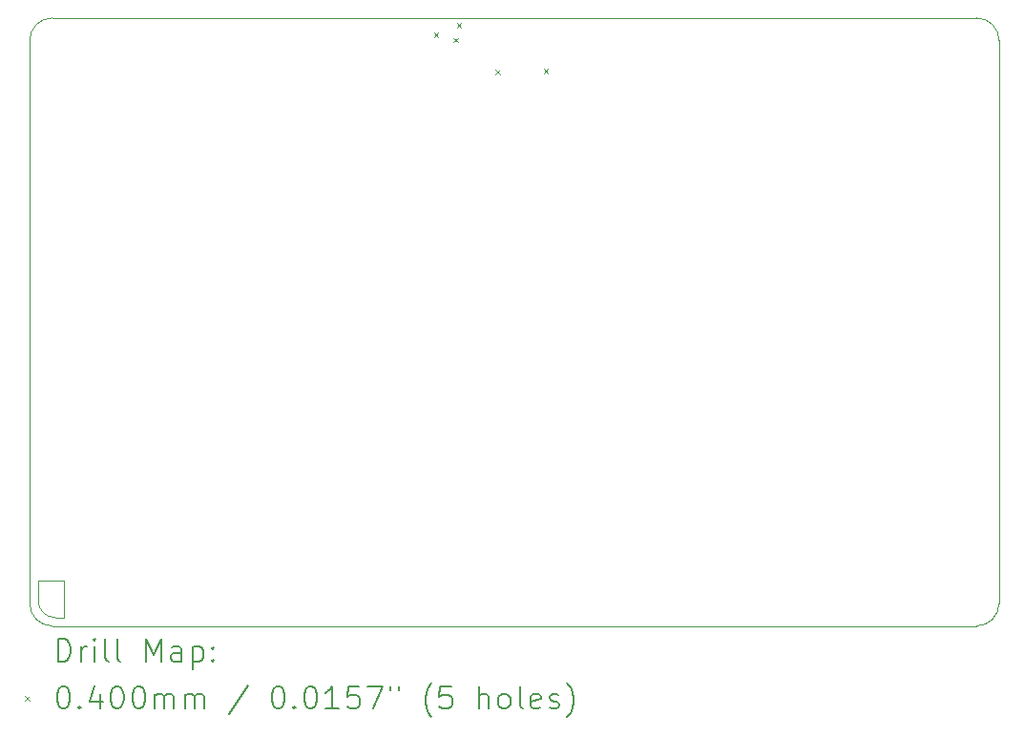
<source format=gbr>
%TF.GenerationSoftware,KiCad,Pcbnew,6.0.9*%
%TF.CreationDate,2022-11-22T21:59:40-08:00*%
%TF.ProjectId,hack_license,6861636b-5f6c-4696-9365-6e73652e6b69,rev?*%
%TF.SameCoordinates,Original*%
%TF.FileFunction,Drillmap*%
%TF.FilePolarity,Positive*%
%FSLAX45Y45*%
G04 Gerber Fmt 4.5, Leading zero omitted, Abs format (unit mm)*
G04 Created by KiCad (PCBNEW 6.0.9) date 2022-11-22 21:59:40*
%MOMM*%
%LPD*%
G01*
G04 APERTURE LIST*
%ADD10C,0.100000*%
%ADD11C,0.200000*%
%ADD12C,0.040000*%
G04 APERTURE END LIST*
D10*
X9300000Y-10600000D02*
X9300000Y-5600000D01*
X9375000Y-10400000D02*
X9600000Y-10400000D01*
X9600000Y-10725000D02*
X9525000Y-10725000D01*
X9300000Y-10600000D02*
G75*
G03*
X9500000Y-10800000I200000J0D01*
G01*
X17700000Y-10800000D02*
X9500000Y-10800000D01*
X9500000Y-5400000D02*
X17700000Y-5400000D01*
X17700000Y-10800000D02*
G75*
G03*
X17900000Y-10600000I0J200000D01*
G01*
X9375000Y-10575000D02*
X9375000Y-10400000D01*
X9600000Y-10400000D02*
X9600000Y-10725000D01*
X17900000Y-5600000D02*
X17900000Y-10600000D01*
X9500000Y-5400000D02*
G75*
G03*
X9300000Y-5600000I0J-200000D01*
G01*
X17900000Y-5600000D02*
G75*
G03*
X17700000Y-5400000I-200000J0D01*
G01*
X9375000Y-10575000D02*
G75*
G03*
X9525000Y-10725000I150000J0D01*
G01*
D11*
D12*
X12886500Y-5533000D02*
X12926500Y-5573000D01*
X12926500Y-5533000D02*
X12886500Y-5573000D01*
X13058000Y-5577000D02*
X13098000Y-5617000D01*
X13098000Y-5577000D02*
X13058000Y-5617000D01*
X13088000Y-5446000D02*
X13128000Y-5486000D01*
X13128000Y-5446000D02*
X13088000Y-5486000D01*
X13429000Y-5861000D02*
X13469000Y-5901000D01*
X13469000Y-5861000D02*
X13429000Y-5901000D01*
X13859000Y-5854000D02*
X13899000Y-5894000D01*
X13899000Y-5854000D02*
X13859000Y-5894000D01*
D11*
X9552619Y-11115476D02*
X9552619Y-10915476D01*
X9600238Y-10915476D01*
X9628810Y-10925000D01*
X9647857Y-10944048D01*
X9657381Y-10963095D01*
X9666905Y-11001190D01*
X9666905Y-11029762D01*
X9657381Y-11067857D01*
X9647857Y-11086905D01*
X9628810Y-11105952D01*
X9600238Y-11115476D01*
X9552619Y-11115476D01*
X9752619Y-11115476D02*
X9752619Y-10982143D01*
X9752619Y-11020238D02*
X9762143Y-11001190D01*
X9771667Y-10991667D01*
X9790714Y-10982143D01*
X9809762Y-10982143D01*
X9876429Y-11115476D02*
X9876429Y-10982143D01*
X9876429Y-10915476D02*
X9866905Y-10925000D01*
X9876429Y-10934524D01*
X9885952Y-10925000D01*
X9876429Y-10915476D01*
X9876429Y-10934524D01*
X10000238Y-11115476D02*
X9981190Y-11105952D01*
X9971667Y-11086905D01*
X9971667Y-10915476D01*
X10105000Y-11115476D02*
X10085952Y-11105952D01*
X10076429Y-11086905D01*
X10076429Y-10915476D01*
X10333571Y-11115476D02*
X10333571Y-10915476D01*
X10400238Y-11058333D01*
X10466905Y-10915476D01*
X10466905Y-11115476D01*
X10647857Y-11115476D02*
X10647857Y-11010714D01*
X10638333Y-10991667D01*
X10619286Y-10982143D01*
X10581190Y-10982143D01*
X10562143Y-10991667D01*
X10647857Y-11105952D02*
X10628810Y-11115476D01*
X10581190Y-11115476D01*
X10562143Y-11105952D01*
X10552619Y-11086905D01*
X10552619Y-11067857D01*
X10562143Y-11048810D01*
X10581190Y-11039286D01*
X10628810Y-11039286D01*
X10647857Y-11029762D01*
X10743095Y-10982143D02*
X10743095Y-11182143D01*
X10743095Y-10991667D02*
X10762143Y-10982143D01*
X10800238Y-10982143D01*
X10819286Y-10991667D01*
X10828810Y-11001190D01*
X10838333Y-11020238D01*
X10838333Y-11077381D01*
X10828810Y-11096429D01*
X10819286Y-11105952D01*
X10800238Y-11115476D01*
X10762143Y-11115476D01*
X10743095Y-11105952D01*
X10924048Y-11096429D02*
X10933571Y-11105952D01*
X10924048Y-11115476D01*
X10914524Y-11105952D01*
X10924048Y-11096429D01*
X10924048Y-11115476D01*
X10924048Y-10991667D02*
X10933571Y-11001190D01*
X10924048Y-11010714D01*
X10914524Y-11001190D01*
X10924048Y-10991667D01*
X10924048Y-11010714D01*
D12*
X9255000Y-11425000D02*
X9295000Y-11465000D01*
X9295000Y-11425000D02*
X9255000Y-11465000D01*
D11*
X9590714Y-11335476D02*
X9609762Y-11335476D01*
X9628810Y-11345000D01*
X9638333Y-11354524D01*
X9647857Y-11373571D01*
X9657381Y-11411667D01*
X9657381Y-11459286D01*
X9647857Y-11497381D01*
X9638333Y-11516428D01*
X9628810Y-11525952D01*
X9609762Y-11535476D01*
X9590714Y-11535476D01*
X9571667Y-11525952D01*
X9562143Y-11516428D01*
X9552619Y-11497381D01*
X9543095Y-11459286D01*
X9543095Y-11411667D01*
X9552619Y-11373571D01*
X9562143Y-11354524D01*
X9571667Y-11345000D01*
X9590714Y-11335476D01*
X9743095Y-11516428D02*
X9752619Y-11525952D01*
X9743095Y-11535476D01*
X9733571Y-11525952D01*
X9743095Y-11516428D01*
X9743095Y-11535476D01*
X9924048Y-11402143D02*
X9924048Y-11535476D01*
X9876429Y-11325952D02*
X9828810Y-11468809D01*
X9952619Y-11468809D01*
X10066905Y-11335476D02*
X10085952Y-11335476D01*
X10105000Y-11345000D01*
X10114524Y-11354524D01*
X10124048Y-11373571D01*
X10133571Y-11411667D01*
X10133571Y-11459286D01*
X10124048Y-11497381D01*
X10114524Y-11516428D01*
X10105000Y-11525952D01*
X10085952Y-11535476D01*
X10066905Y-11535476D01*
X10047857Y-11525952D01*
X10038333Y-11516428D01*
X10028810Y-11497381D01*
X10019286Y-11459286D01*
X10019286Y-11411667D01*
X10028810Y-11373571D01*
X10038333Y-11354524D01*
X10047857Y-11345000D01*
X10066905Y-11335476D01*
X10257381Y-11335476D02*
X10276429Y-11335476D01*
X10295476Y-11345000D01*
X10305000Y-11354524D01*
X10314524Y-11373571D01*
X10324048Y-11411667D01*
X10324048Y-11459286D01*
X10314524Y-11497381D01*
X10305000Y-11516428D01*
X10295476Y-11525952D01*
X10276429Y-11535476D01*
X10257381Y-11535476D01*
X10238333Y-11525952D01*
X10228810Y-11516428D01*
X10219286Y-11497381D01*
X10209762Y-11459286D01*
X10209762Y-11411667D01*
X10219286Y-11373571D01*
X10228810Y-11354524D01*
X10238333Y-11345000D01*
X10257381Y-11335476D01*
X10409762Y-11535476D02*
X10409762Y-11402143D01*
X10409762Y-11421190D02*
X10419286Y-11411667D01*
X10438333Y-11402143D01*
X10466905Y-11402143D01*
X10485952Y-11411667D01*
X10495476Y-11430714D01*
X10495476Y-11535476D01*
X10495476Y-11430714D02*
X10505000Y-11411667D01*
X10524048Y-11402143D01*
X10552619Y-11402143D01*
X10571667Y-11411667D01*
X10581190Y-11430714D01*
X10581190Y-11535476D01*
X10676429Y-11535476D02*
X10676429Y-11402143D01*
X10676429Y-11421190D02*
X10685952Y-11411667D01*
X10705000Y-11402143D01*
X10733571Y-11402143D01*
X10752619Y-11411667D01*
X10762143Y-11430714D01*
X10762143Y-11535476D01*
X10762143Y-11430714D02*
X10771667Y-11411667D01*
X10790714Y-11402143D01*
X10819286Y-11402143D01*
X10838333Y-11411667D01*
X10847857Y-11430714D01*
X10847857Y-11535476D01*
X11238333Y-11325952D02*
X11066905Y-11583095D01*
X11495476Y-11335476D02*
X11514524Y-11335476D01*
X11533571Y-11345000D01*
X11543095Y-11354524D01*
X11552619Y-11373571D01*
X11562143Y-11411667D01*
X11562143Y-11459286D01*
X11552619Y-11497381D01*
X11543095Y-11516428D01*
X11533571Y-11525952D01*
X11514524Y-11535476D01*
X11495476Y-11535476D01*
X11476428Y-11525952D01*
X11466905Y-11516428D01*
X11457381Y-11497381D01*
X11447857Y-11459286D01*
X11447857Y-11411667D01*
X11457381Y-11373571D01*
X11466905Y-11354524D01*
X11476428Y-11345000D01*
X11495476Y-11335476D01*
X11647857Y-11516428D02*
X11657381Y-11525952D01*
X11647857Y-11535476D01*
X11638333Y-11525952D01*
X11647857Y-11516428D01*
X11647857Y-11535476D01*
X11781190Y-11335476D02*
X11800238Y-11335476D01*
X11819286Y-11345000D01*
X11828809Y-11354524D01*
X11838333Y-11373571D01*
X11847857Y-11411667D01*
X11847857Y-11459286D01*
X11838333Y-11497381D01*
X11828809Y-11516428D01*
X11819286Y-11525952D01*
X11800238Y-11535476D01*
X11781190Y-11535476D01*
X11762143Y-11525952D01*
X11752619Y-11516428D01*
X11743095Y-11497381D01*
X11733571Y-11459286D01*
X11733571Y-11411667D01*
X11743095Y-11373571D01*
X11752619Y-11354524D01*
X11762143Y-11345000D01*
X11781190Y-11335476D01*
X12038333Y-11535476D02*
X11924048Y-11535476D01*
X11981190Y-11535476D02*
X11981190Y-11335476D01*
X11962143Y-11364048D01*
X11943095Y-11383095D01*
X11924048Y-11392619D01*
X12219286Y-11335476D02*
X12124048Y-11335476D01*
X12114524Y-11430714D01*
X12124048Y-11421190D01*
X12143095Y-11411667D01*
X12190714Y-11411667D01*
X12209762Y-11421190D01*
X12219286Y-11430714D01*
X12228809Y-11449762D01*
X12228809Y-11497381D01*
X12219286Y-11516428D01*
X12209762Y-11525952D01*
X12190714Y-11535476D01*
X12143095Y-11535476D01*
X12124048Y-11525952D01*
X12114524Y-11516428D01*
X12295476Y-11335476D02*
X12428809Y-11335476D01*
X12343095Y-11535476D01*
X12495476Y-11335476D02*
X12495476Y-11373571D01*
X12571667Y-11335476D02*
X12571667Y-11373571D01*
X12866905Y-11611667D02*
X12857381Y-11602143D01*
X12838333Y-11573571D01*
X12828809Y-11554524D01*
X12819286Y-11525952D01*
X12809762Y-11478333D01*
X12809762Y-11440238D01*
X12819286Y-11392619D01*
X12828809Y-11364048D01*
X12838333Y-11345000D01*
X12857381Y-11316428D01*
X12866905Y-11306905D01*
X13038333Y-11335476D02*
X12943095Y-11335476D01*
X12933571Y-11430714D01*
X12943095Y-11421190D01*
X12962143Y-11411667D01*
X13009762Y-11411667D01*
X13028809Y-11421190D01*
X13038333Y-11430714D01*
X13047857Y-11449762D01*
X13047857Y-11497381D01*
X13038333Y-11516428D01*
X13028809Y-11525952D01*
X13009762Y-11535476D01*
X12962143Y-11535476D01*
X12943095Y-11525952D01*
X12933571Y-11516428D01*
X13285952Y-11535476D02*
X13285952Y-11335476D01*
X13371667Y-11535476D02*
X13371667Y-11430714D01*
X13362143Y-11411667D01*
X13343095Y-11402143D01*
X13314524Y-11402143D01*
X13295476Y-11411667D01*
X13285952Y-11421190D01*
X13495476Y-11535476D02*
X13476428Y-11525952D01*
X13466905Y-11516428D01*
X13457381Y-11497381D01*
X13457381Y-11440238D01*
X13466905Y-11421190D01*
X13476428Y-11411667D01*
X13495476Y-11402143D01*
X13524048Y-11402143D01*
X13543095Y-11411667D01*
X13552619Y-11421190D01*
X13562143Y-11440238D01*
X13562143Y-11497381D01*
X13552619Y-11516428D01*
X13543095Y-11525952D01*
X13524048Y-11535476D01*
X13495476Y-11535476D01*
X13676428Y-11535476D02*
X13657381Y-11525952D01*
X13647857Y-11506905D01*
X13647857Y-11335476D01*
X13828809Y-11525952D02*
X13809762Y-11535476D01*
X13771667Y-11535476D01*
X13752619Y-11525952D01*
X13743095Y-11506905D01*
X13743095Y-11430714D01*
X13752619Y-11411667D01*
X13771667Y-11402143D01*
X13809762Y-11402143D01*
X13828809Y-11411667D01*
X13838333Y-11430714D01*
X13838333Y-11449762D01*
X13743095Y-11468809D01*
X13914524Y-11525952D02*
X13933571Y-11535476D01*
X13971667Y-11535476D01*
X13990714Y-11525952D01*
X14000238Y-11506905D01*
X14000238Y-11497381D01*
X13990714Y-11478333D01*
X13971667Y-11468809D01*
X13943095Y-11468809D01*
X13924048Y-11459286D01*
X13914524Y-11440238D01*
X13914524Y-11430714D01*
X13924048Y-11411667D01*
X13943095Y-11402143D01*
X13971667Y-11402143D01*
X13990714Y-11411667D01*
X14066905Y-11611667D02*
X14076428Y-11602143D01*
X14095476Y-11573571D01*
X14105000Y-11554524D01*
X14114524Y-11525952D01*
X14124048Y-11478333D01*
X14124048Y-11440238D01*
X14114524Y-11392619D01*
X14105000Y-11364048D01*
X14095476Y-11345000D01*
X14076428Y-11316428D01*
X14066905Y-11306905D01*
M02*

</source>
